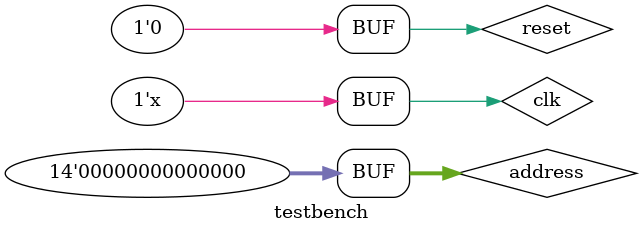
<source format=v>
`timescale 1ns/1ps

module testbench();

	reg clk = 0;
	parameter CLK_HALF_PERIOD = 10;
	reg reset;
	reg[13:0] address;
	wire[7:0]hpixel;

	integer i;

	always begin
		#CLK_HALF_PERIOD clk = !clk;
	end

	Hsync myHsync(.reset(reset), .clk(clk), .hpixel(hpixel), .hdeactivate(hdeactivate), .VGA_HSYNC(VGA_HSYNC));

	initial begin
		reset = 0;
		#(2*CLK_HALF_PERIOD)reset = 1;
		address = 14'b00000000000000;
		#(2*CLK_HALF_PERIOD)reset = 0;
	end
endmodule

</source>
